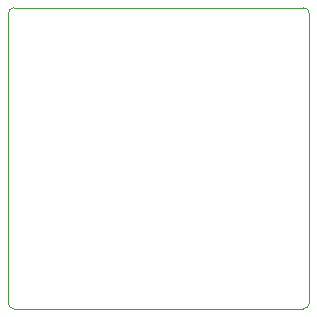
<source format=gm1>
G04 #@! TF.GenerationSoftware,KiCad,Pcbnew,(6.0.5)*
G04 #@! TF.CreationDate,2022-08-03T23:35:42+05:30*
G04 #@! TF.ProjectId,picofusion,7069636f-6675-4736-996f-6e2e6b696361,rev?*
G04 #@! TF.SameCoordinates,Original*
G04 #@! TF.FileFunction,Profile,NP*
%FSLAX46Y46*%
G04 Gerber Fmt 4.6, Leading zero omitted, Abs format (unit mm)*
G04 Created by KiCad (PCBNEW (6.0.5)) date 2022-08-03 23:35:42*
%MOMM*%
%LPD*%
G01*
G04 APERTURE LIST*
G04 #@! TA.AperFunction,Profile*
%ADD10C,0.100000*%
G04 #@! TD*
G04 APERTURE END LIST*
D10*
X147250000Y-52250000D02*
G75*
G03*
X147750000Y-52750000I500000J0D01*
G01*
X147750000Y-27250000D02*
X172250000Y-27250000D01*
X172750000Y-27750000D02*
X172750000Y-52250000D01*
X172250000Y-52750000D02*
G75*
G03*
X172750000Y-52250000I0J500000D01*
G01*
X147250000Y-52250000D02*
X147250000Y-27750000D01*
X172250000Y-52750000D02*
X147750000Y-52750000D01*
X147750000Y-27250000D02*
G75*
G03*
X147250000Y-27750000I0J-500000D01*
G01*
X172750000Y-27750000D02*
G75*
G03*
X172250000Y-27250000I-500000J0D01*
G01*
M02*

</source>
